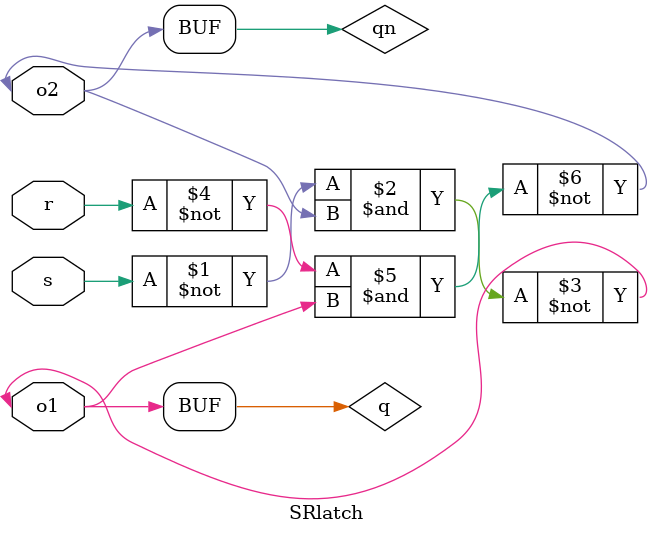
<source format=v>
module SRlatch(
      input s,r,
      inout o1,o2  
    );
    wire q,qn;
    nand n1(o1,~s,o2);
    nand n2(o2,~r,o1);
    assign q=o1;
    assign qn=o2;
endmodule

</source>
